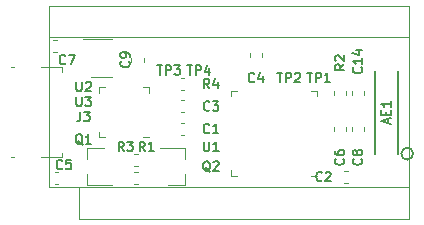
<source format=gbr>
G04 #@! TF.GenerationSoftware,KiCad,Pcbnew,5.1.5+dfsg1-2build2*
G04 #@! TF.CreationDate,2021-03-15T22:22:59+01:00*
G04 #@! TF.ProjectId,ProMicro_ESP,50726f4d-6963-4726-9f5f-4553502e6b69,v1.0*
G04 #@! TF.SameCoordinates,Original*
G04 #@! TF.FileFunction,Legend,Top*
G04 #@! TF.FilePolarity,Positive*
%FSLAX46Y46*%
G04 Gerber Fmt 4.6, Leading zero omitted, Abs format (unit mm)*
G04 Created by KiCad*
%MOMM*%
%LPD*%
G04 APERTURE LIST*
%ADD10C,0.127000*%
%ADD11C,0.120000*%
%ADD12C,0.200000*%
G04 APERTURE END LIST*
D10*
X150765000Y-91130000D02*
X150765000Y-84130000D01*
X152765000Y-84130000D02*
X152765000Y-91130000D01*
X154015000Y-91130000D02*
G75*
G03X154015000Y-91130000I-500000J0D01*
G01*
D11*
X134655779Y-85727000D02*
X134330221Y-85727000D01*
X134655779Y-84707000D02*
X134330221Y-84707000D01*
X130718779Y-91184000D02*
X130393221Y-91184000D01*
X130718779Y-92204000D02*
X130393221Y-92204000D01*
X147318000Y-85816221D02*
X147318000Y-86141779D01*
X148338000Y-85816221D02*
X148338000Y-86141779D01*
X130393221Y-93728000D02*
X130718779Y-93728000D01*
X130393221Y-92708000D02*
X130718779Y-92708000D01*
X148842000Y-85816221D02*
X148842000Y-86141779D01*
X149862000Y-85816221D02*
X149862000Y-86141779D01*
X130173000Y-83022221D02*
X130173000Y-83347779D01*
X131193000Y-83022221D02*
X131193000Y-83347779D01*
X149862000Y-89189779D02*
X149862000Y-88864221D01*
X148842000Y-89189779D02*
X148842000Y-88864221D01*
X123835279Y-81532000D02*
X123509721Y-81532000D01*
X123835279Y-82552000D02*
X123509721Y-82552000D01*
X148338000Y-89189779D02*
X148338000Y-88864221D01*
X147318000Y-89189779D02*
X147318000Y-88864221D01*
X123987779Y-92708000D02*
X123662221Y-92708000D01*
X123987779Y-93728000D02*
X123662221Y-93728000D01*
X141226000Y-82966779D02*
X141226000Y-82641221D01*
X140206000Y-82966779D02*
X140206000Y-82641221D01*
X134655779Y-87632000D02*
X134330221Y-87632000D01*
X134655779Y-86612000D02*
X134330221Y-86612000D01*
X148173221Y-93601000D02*
X148498779Y-93601000D01*
X148173221Y-92581000D02*
X148498779Y-92581000D01*
X134655779Y-89537000D02*
X134330221Y-89537000D01*
X134655779Y-88517000D02*
X134330221Y-88517000D01*
X119955000Y-83820000D02*
X120215000Y-83820000D01*
X122495000Y-83820000D02*
X124265000Y-83820000D01*
X124265000Y-83820000D02*
X124265000Y-84200000D01*
X124265000Y-91440000D02*
X122495000Y-91440000D01*
X120215000Y-91440000D02*
X119955000Y-91440000D01*
X124265000Y-91440000D02*
X124265000Y-91060000D01*
X128535000Y-81448000D02*
X126085000Y-81448000D01*
X126735000Y-84668000D02*
X128535000Y-84668000D01*
X134745000Y-93782000D02*
X133285000Y-93782000D01*
X134745000Y-90622000D02*
X132585000Y-90622000D01*
X134745000Y-90622000D02*
X134745000Y-91552000D01*
X134745000Y-93782000D02*
X134745000Y-92852000D01*
X126367000Y-90622000D02*
X127827000Y-90622000D01*
X126367000Y-93782000D02*
X128527000Y-93782000D01*
X126367000Y-93782000D02*
X126367000Y-92852000D01*
X126367000Y-90622000D02*
X126367000Y-91552000D01*
X131175000Y-89740000D02*
X131650000Y-89740000D01*
X127430000Y-85520000D02*
X127430000Y-85995000D01*
X127905000Y-85520000D02*
X127430000Y-85520000D01*
X131650000Y-85520000D02*
X131650000Y-85995000D01*
X131175000Y-85520000D02*
X131650000Y-85520000D01*
X127430000Y-89740000D02*
X127430000Y-89265000D01*
X127905000Y-89740000D02*
X127430000Y-89740000D01*
X125730000Y-96650000D02*
X153670000Y-96650000D01*
X123190000Y-81280000D02*
X153670000Y-81280000D01*
X125730000Y-93980000D02*
X125730000Y-96650000D01*
X123190000Y-93980000D02*
X153670000Y-93980000D01*
X153670000Y-96650000D02*
X153670000Y-78610000D01*
X153670000Y-78610000D02*
X123190000Y-78610000D01*
X123190000Y-78610000D02*
X123190000Y-93980000D01*
X145375000Y-93018000D02*
X145850000Y-93018000D01*
X138630000Y-85798000D02*
X138630000Y-86273000D01*
X139105000Y-85798000D02*
X138630000Y-85798000D01*
X145850000Y-85798000D02*
X145850000Y-86273000D01*
X145375000Y-85798000D02*
X145850000Y-85798000D01*
X138630000Y-93018000D02*
X138630000Y-92543000D01*
X139105000Y-93018000D02*
X138630000Y-93018000D01*
D12*
X151898333Y-88563333D02*
X151898333Y-88182380D01*
X152126904Y-88639523D02*
X151326904Y-88372857D01*
X152126904Y-88106190D01*
X151707857Y-87839523D02*
X151707857Y-87572857D01*
X152126904Y-87458571D02*
X152126904Y-87839523D01*
X151326904Y-87839523D01*
X151326904Y-87458571D01*
X152126904Y-86696666D02*
X152126904Y-87153809D01*
X152126904Y-86925238D02*
X151326904Y-86925238D01*
X151441190Y-87001428D01*
X151517380Y-87077619D01*
X151555476Y-87153809D01*
X136772666Y-85578904D02*
X136506000Y-85197952D01*
X136315523Y-85578904D02*
X136315523Y-84778904D01*
X136620285Y-84778904D01*
X136696476Y-84817000D01*
X136734571Y-84855095D01*
X136772666Y-84931285D01*
X136772666Y-85045571D01*
X136734571Y-85121761D01*
X136696476Y-85159857D01*
X136620285Y-85197952D01*
X136315523Y-85197952D01*
X137458380Y-85045571D02*
X137458380Y-85578904D01*
X137267904Y-84740809D02*
X137077428Y-85312238D01*
X137572666Y-85312238D01*
X129533666Y-90912904D02*
X129267000Y-90531952D01*
X129076523Y-90912904D02*
X129076523Y-90112904D01*
X129381285Y-90112904D01*
X129457476Y-90151000D01*
X129495571Y-90189095D01*
X129533666Y-90265285D01*
X129533666Y-90379571D01*
X129495571Y-90455761D01*
X129457476Y-90493857D01*
X129381285Y-90531952D01*
X129076523Y-90531952D01*
X129800333Y-90112904D02*
X130295571Y-90112904D01*
X130028904Y-90417666D01*
X130143190Y-90417666D01*
X130219380Y-90455761D01*
X130257476Y-90493857D01*
X130295571Y-90570047D01*
X130295571Y-90760523D01*
X130257476Y-90836714D01*
X130219380Y-90874809D01*
X130143190Y-90912904D01*
X129914619Y-90912904D01*
X129838428Y-90874809D01*
X129800333Y-90836714D01*
X148189904Y-83572333D02*
X147808952Y-83839000D01*
X148189904Y-84029476D02*
X147389904Y-84029476D01*
X147389904Y-83724714D01*
X147428000Y-83648523D01*
X147466095Y-83610428D01*
X147542285Y-83572333D01*
X147656571Y-83572333D01*
X147732761Y-83610428D01*
X147770857Y-83648523D01*
X147808952Y-83724714D01*
X147808952Y-84029476D01*
X147466095Y-83267571D02*
X147428000Y-83229476D01*
X147389904Y-83153285D01*
X147389904Y-82962809D01*
X147428000Y-82886619D01*
X147466095Y-82848523D01*
X147542285Y-82810428D01*
X147618476Y-82810428D01*
X147732761Y-82848523D01*
X148189904Y-83305666D01*
X148189904Y-82810428D01*
X131311666Y-90912904D02*
X131045000Y-90531952D01*
X130854523Y-90912904D02*
X130854523Y-90112904D01*
X131159285Y-90112904D01*
X131235476Y-90151000D01*
X131273571Y-90189095D01*
X131311666Y-90265285D01*
X131311666Y-90379571D01*
X131273571Y-90455761D01*
X131235476Y-90493857D01*
X131159285Y-90531952D01*
X130854523Y-90531952D01*
X132073571Y-90912904D02*
X131616428Y-90912904D01*
X131845000Y-90912904D02*
X131845000Y-90112904D01*
X131768809Y-90227190D01*
X131692619Y-90303380D01*
X131616428Y-90341476D01*
X149637714Y-83826285D02*
X149675809Y-83864380D01*
X149713904Y-83978666D01*
X149713904Y-84054857D01*
X149675809Y-84169142D01*
X149599619Y-84245333D01*
X149523428Y-84283428D01*
X149371047Y-84321523D01*
X149256761Y-84321523D01*
X149104380Y-84283428D01*
X149028190Y-84245333D01*
X148952000Y-84169142D01*
X148913904Y-84054857D01*
X148913904Y-83978666D01*
X148952000Y-83864380D01*
X148990095Y-83826285D01*
X149713904Y-83064380D02*
X149713904Y-83521523D01*
X149713904Y-83292952D02*
X148913904Y-83292952D01*
X149028190Y-83369142D01*
X149104380Y-83445333D01*
X149142476Y-83521523D01*
X149180571Y-82378666D02*
X149713904Y-82378666D01*
X148875809Y-82569142D02*
X149447238Y-82759619D01*
X149447238Y-82264380D01*
X129952714Y-83318333D02*
X129990809Y-83356428D01*
X130028904Y-83470714D01*
X130028904Y-83546904D01*
X129990809Y-83661190D01*
X129914619Y-83737380D01*
X129838428Y-83775476D01*
X129686047Y-83813571D01*
X129571761Y-83813571D01*
X129419380Y-83775476D01*
X129343190Y-83737380D01*
X129267000Y-83661190D01*
X129228904Y-83546904D01*
X129228904Y-83470714D01*
X129267000Y-83356428D01*
X129305095Y-83318333D01*
X130028904Y-82937380D02*
X130028904Y-82785000D01*
X129990809Y-82708809D01*
X129952714Y-82670714D01*
X129838428Y-82594523D01*
X129686047Y-82556428D01*
X129381285Y-82556428D01*
X129305095Y-82594523D01*
X129267000Y-82632619D01*
X129228904Y-82708809D01*
X129228904Y-82861190D01*
X129267000Y-82937380D01*
X129305095Y-82975476D01*
X129381285Y-83013571D01*
X129571761Y-83013571D01*
X129647952Y-82975476D01*
X129686047Y-82937380D01*
X129724142Y-82861190D01*
X129724142Y-82708809D01*
X129686047Y-82632619D01*
X129647952Y-82594523D01*
X129571761Y-82556428D01*
X149637714Y-91573333D02*
X149675809Y-91611428D01*
X149713904Y-91725714D01*
X149713904Y-91801904D01*
X149675809Y-91916190D01*
X149599619Y-91992380D01*
X149523428Y-92030476D01*
X149371047Y-92068571D01*
X149256761Y-92068571D01*
X149104380Y-92030476D01*
X149028190Y-91992380D01*
X148952000Y-91916190D01*
X148913904Y-91801904D01*
X148913904Y-91725714D01*
X148952000Y-91611428D01*
X148990095Y-91573333D01*
X149256761Y-91116190D02*
X149218666Y-91192380D01*
X149180571Y-91230476D01*
X149104380Y-91268571D01*
X149066285Y-91268571D01*
X148990095Y-91230476D01*
X148952000Y-91192380D01*
X148913904Y-91116190D01*
X148913904Y-90963809D01*
X148952000Y-90887619D01*
X148990095Y-90849523D01*
X149066285Y-90811428D01*
X149104380Y-90811428D01*
X149180571Y-90849523D01*
X149218666Y-90887619D01*
X149256761Y-90963809D01*
X149256761Y-91116190D01*
X149294857Y-91192380D01*
X149332952Y-91230476D01*
X149409142Y-91268571D01*
X149561523Y-91268571D01*
X149637714Y-91230476D01*
X149675809Y-91192380D01*
X149713904Y-91116190D01*
X149713904Y-90963809D01*
X149675809Y-90887619D01*
X149637714Y-90849523D01*
X149561523Y-90811428D01*
X149409142Y-90811428D01*
X149332952Y-90849523D01*
X149294857Y-90887619D01*
X149256761Y-90963809D01*
X124580666Y-83470714D02*
X124542571Y-83508809D01*
X124428285Y-83546904D01*
X124352095Y-83546904D01*
X124237809Y-83508809D01*
X124161619Y-83432619D01*
X124123523Y-83356428D01*
X124085428Y-83204047D01*
X124085428Y-83089761D01*
X124123523Y-82937380D01*
X124161619Y-82861190D01*
X124237809Y-82785000D01*
X124352095Y-82746904D01*
X124428285Y-82746904D01*
X124542571Y-82785000D01*
X124580666Y-82823095D01*
X124847333Y-82746904D02*
X125380666Y-82746904D01*
X125037809Y-83546904D01*
X148113714Y-91573333D02*
X148151809Y-91611428D01*
X148189904Y-91725714D01*
X148189904Y-91801904D01*
X148151809Y-91916190D01*
X148075619Y-91992380D01*
X147999428Y-92030476D01*
X147847047Y-92068571D01*
X147732761Y-92068571D01*
X147580380Y-92030476D01*
X147504190Y-91992380D01*
X147428000Y-91916190D01*
X147389904Y-91801904D01*
X147389904Y-91725714D01*
X147428000Y-91611428D01*
X147466095Y-91573333D01*
X147389904Y-90887619D02*
X147389904Y-91040000D01*
X147428000Y-91116190D01*
X147466095Y-91154285D01*
X147580380Y-91230476D01*
X147732761Y-91268571D01*
X148037523Y-91268571D01*
X148113714Y-91230476D01*
X148151809Y-91192380D01*
X148189904Y-91116190D01*
X148189904Y-90963809D01*
X148151809Y-90887619D01*
X148113714Y-90849523D01*
X148037523Y-90811428D01*
X147847047Y-90811428D01*
X147770857Y-90849523D01*
X147732761Y-90887619D01*
X147694666Y-90963809D01*
X147694666Y-91116190D01*
X147732761Y-91192380D01*
X147770857Y-91230476D01*
X147847047Y-91268571D01*
X124326666Y-92360714D02*
X124288571Y-92398809D01*
X124174285Y-92436904D01*
X124098095Y-92436904D01*
X123983809Y-92398809D01*
X123907619Y-92322619D01*
X123869523Y-92246428D01*
X123831428Y-92094047D01*
X123831428Y-91979761D01*
X123869523Y-91827380D01*
X123907619Y-91751190D01*
X123983809Y-91675000D01*
X124098095Y-91636904D01*
X124174285Y-91636904D01*
X124288571Y-91675000D01*
X124326666Y-91713095D01*
X125050476Y-91636904D02*
X124669523Y-91636904D01*
X124631428Y-92017857D01*
X124669523Y-91979761D01*
X124745714Y-91941666D01*
X124936190Y-91941666D01*
X125012380Y-91979761D01*
X125050476Y-92017857D01*
X125088571Y-92094047D01*
X125088571Y-92284523D01*
X125050476Y-92360714D01*
X125012380Y-92398809D01*
X124936190Y-92436904D01*
X124745714Y-92436904D01*
X124669523Y-92398809D01*
X124631428Y-92360714D01*
X140582666Y-84994714D02*
X140544571Y-85032809D01*
X140430285Y-85070904D01*
X140354095Y-85070904D01*
X140239809Y-85032809D01*
X140163619Y-84956619D01*
X140125523Y-84880428D01*
X140087428Y-84728047D01*
X140087428Y-84613761D01*
X140125523Y-84461380D01*
X140163619Y-84385190D01*
X140239809Y-84309000D01*
X140354095Y-84270904D01*
X140430285Y-84270904D01*
X140544571Y-84309000D01*
X140582666Y-84347095D01*
X141268380Y-84537571D02*
X141268380Y-85070904D01*
X141077904Y-84232809D02*
X140887428Y-84804238D01*
X141382666Y-84804238D01*
X136772666Y-87407714D02*
X136734571Y-87445809D01*
X136620285Y-87483904D01*
X136544095Y-87483904D01*
X136429809Y-87445809D01*
X136353619Y-87369619D01*
X136315523Y-87293428D01*
X136277428Y-87141047D01*
X136277428Y-87026761D01*
X136315523Y-86874380D01*
X136353619Y-86798190D01*
X136429809Y-86722000D01*
X136544095Y-86683904D01*
X136620285Y-86683904D01*
X136734571Y-86722000D01*
X136772666Y-86760095D01*
X137039333Y-86683904D02*
X137534571Y-86683904D01*
X137267904Y-86988666D01*
X137382190Y-86988666D01*
X137458380Y-87026761D01*
X137496476Y-87064857D01*
X137534571Y-87141047D01*
X137534571Y-87331523D01*
X137496476Y-87407714D01*
X137458380Y-87445809D01*
X137382190Y-87483904D01*
X137153619Y-87483904D01*
X137077428Y-87445809D01*
X137039333Y-87407714D01*
X146297666Y-93376714D02*
X146259571Y-93414809D01*
X146145285Y-93452904D01*
X146069095Y-93452904D01*
X145954809Y-93414809D01*
X145878619Y-93338619D01*
X145840523Y-93262428D01*
X145802428Y-93110047D01*
X145802428Y-92995761D01*
X145840523Y-92843380D01*
X145878619Y-92767190D01*
X145954809Y-92691000D01*
X146069095Y-92652904D01*
X146145285Y-92652904D01*
X146259571Y-92691000D01*
X146297666Y-92729095D01*
X146602428Y-92729095D02*
X146640523Y-92691000D01*
X146716714Y-92652904D01*
X146907190Y-92652904D01*
X146983380Y-92691000D01*
X147021476Y-92729095D01*
X147059571Y-92805285D01*
X147059571Y-92881476D01*
X147021476Y-92995761D01*
X146564333Y-93452904D01*
X147059571Y-93452904D01*
X136772666Y-89312714D02*
X136734571Y-89350809D01*
X136620285Y-89388904D01*
X136544095Y-89388904D01*
X136429809Y-89350809D01*
X136353619Y-89274619D01*
X136315523Y-89198428D01*
X136277428Y-89046047D01*
X136277428Y-88931761D01*
X136315523Y-88779380D01*
X136353619Y-88703190D01*
X136429809Y-88627000D01*
X136544095Y-88588904D01*
X136620285Y-88588904D01*
X136734571Y-88627000D01*
X136772666Y-88665095D01*
X137534571Y-89388904D02*
X137077428Y-89388904D01*
X137306000Y-89388904D02*
X137306000Y-88588904D01*
X137229809Y-88703190D01*
X137153619Y-88779380D01*
X137077428Y-88817476D01*
X134880476Y-83635904D02*
X135337619Y-83635904D01*
X135109047Y-84435904D02*
X135109047Y-83635904D01*
X135604285Y-84435904D02*
X135604285Y-83635904D01*
X135909047Y-83635904D01*
X135985238Y-83674000D01*
X136023333Y-83712095D01*
X136061428Y-83788285D01*
X136061428Y-83902571D01*
X136023333Y-83978761D01*
X135985238Y-84016857D01*
X135909047Y-84054952D01*
X135604285Y-84054952D01*
X136747142Y-83902571D02*
X136747142Y-84435904D01*
X136556666Y-83597809D02*
X136366190Y-84169238D01*
X136861428Y-84169238D01*
X132340476Y-83635904D02*
X132797619Y-83635904D01*
X132569047Y-84435904D02*
X132569047Y-83635904D01*
X133064285Y-84435904D02*
X133064285Y-83635904D01*
X133369047Y-83635904D01*
X133445238Y-83674000D01*
X133483333Y-83712095D01*
X133521428Y-83788285D01*
X133521428Y-83902571D01*
X133483333Y-83978761D01*
X133445238Y-84016857D01*
X133369047Y-84054952D01*
X133064285Y-84054952D01*
X133788095Y-83635904D02*
X134283333Y-83635904D01*
X134016666Y-83940666D01*
X134130952Y-83940666D01*
X134207142Y-83978761D01*
X134245238Y-84016857D01*
X134283333Y-84093047D01*
X134283333Y-84283523D01*
X134245238Y-84359714D01*
X134207142Y-84397809D01*
X134130952Y-84435904D01*
X133902380Y-84435904D01*
X133826190Y-84397809D01*
X133788095Y-84359714D01*
X142500476Y-84270904D02*
X142957619Y-84270904D01*
X142729047Y-85070904D02*
X142729047Y-84270904D01*
X143224285Y-85070904D02*
X143224285Y-84270904D01*
X143529047Y-84270904D01*
X143605238Y-84309000D01*
X143643333Y-84347095D01*
X143681428Y-84423285D01*
X143681428Y-84537571D01*
X143643333Y-84613761D01*
X143605238Y-84651857D01*
X143529047Y-84689952D01*
X143224285Y-84689952D01*
X143986190Y-84347095D02*
X144024285Y-84309000D01*
X144100476Y-84270904D01*
X144290952Y-84270904D01*
X144367142Y-84309000D01*
X144405238Y-84347095D01*
X144443333Y-84423285D01*
X144443333Y-84499476D01*
X144405238Y-84613761D01*
X143948095Y-85070904D01*
X144443333Y-85070904D01*
X145040476Y-84270904D02*
X145497619Y-84270904D01*
X145269047Y-85070904D02*
X145269047Y-84270904D01*
X145764285Y-85070904D02*
X145764285Y-84270904D01*
X146069047Y-84270904D01*
X146145238Y-84309000D01*
X146183333Y-84347095D01*
X146221428Y-84423285D01*
X146221428Y-84537571D01*
X146183333Y-84613761D01*
X146145238Y-84651857D01*
X146069047Y-84689952D01*
X145764285Y-84689952D01*
X146983333Y-85070904D02*
X146526190Y-85070904D01*
X146754761Y-85070904D02*
X146754761Y-84270904D01*
X146678571Y-84385190D01*
X146602380Y-84461380D01*
X146526190Y-84499476D01*
X125844333Y-87572904D02*
X125844333Y-88144333D01*
X125806238Y-88258619D01*
X125730047Y-88334809D01*
X125615761Y-88372904D01*
X125539571Y-88372904D01*
X126149095Y-87572904D02*
X126644333Y-87572904D01*
X126377666Y-87877666D01*
X126491952Y-87877666D01*
X126568142Y-87915761D01*
X126606238Y-87953857D01*
X126644333Y-88030047D01*
X126644333Y-88220523D01*
X126606238Y-88296714D01*
X126568142Y-88334809D01*
X126491952Y-88372904D01*
X126263380Y-88372904D01*
X126187190Y-88334809D01*
X126149095Y-88296714D01*
X125501476Y-85032904D02*
X125501476Y-85680523D01*
X125539571Y-85756714D01*
X125577666Y-85794809D01*
X125653857Y-85832904D01*
X125806238Y-85832904D01*
X125882428Y-85794809D01*
X125920523Y-85756714D01*
X125958619Y-85680523D01*
X125958619Y-85032904D01*
X126301476Y-85109095D02*
X126339571Y-85071000D01*
X126415761Y-85032904D01*
X126606238Y-85032904D01*
X126682428Y-85071000D01*
X126720523Y-85109095D01*
X126758619Y-85185285D01*
X126758619Y-85261476D01*
X126720523Y-85375761D01*
X126263380Y-85832904D01*
X126758619Y-85832904D01*
X136829809Y-92640095D02*
X136753619Y-92602000D01*
X136677428Y-92525809D01*
X136563142Y-92411523D01*
X136486952Y-92373428D01*
X136410761Y-92373428D01*
X136448857Y-92563904D02*
X136372666Y-92525809D01*
X136296476Y-92449619D01*
X136258380Y-92297238D01*
X136258380Y-92030571D01*
X136296476Y-91878190D01*
X136372666Y-91802000D01*
X136448857Y-91763904D01*
X136601238Y-91763904D01*
X136677428Y-91802000D01*
X136753619Y-91878190D01*
X136791714Y-92030571D01*
X136791714Y-92297238D01*
X136753619Y-92449619D01*
X136677428Y-92525809D01*
X136601238Y-92563904D01*
X136448857Y-92563904D01*
X137096476Y-91840095D02*
X137134571Y-91802000D01*
X137210761Y-91763904D01*
X137401238Y-91763904D01*
X137477428Y-91802000D01*
X137515523Y-91840095D01*
X137553619Y-91916285D01*
X137553619Y-91992476D01*
X137515523Y-92106761D01*
X137058380Y-92563904D01*
X137553619Y-92563904D01*
X126034809Y-90354095D02*
X125958619Y-90316000D01*
X125882428Y-90239809D01*
X125768142Y-90125523D01*
X125691952Y-90087428D01*
X125615761Y-90087428D01*
X125653857Y-90277904D02*
X125577666Y-90239809D01*
X125501476Y-90163619D01*
X125463380Y-90011238D01*
X125463380Y-89744571D01*
X125501476Y-89592190D01*
X125577666Y-89516000D01*
X125653857Y-89477904D01*
X125806238Y-89477904D01*
X125882428Y-89516000D01*
X125958619Y-89592190D01*
X125996714Y-89744571D01*
X125996714Y-90011238D01*
X125958619Y-90163619D01*
X125882428Y-90239809D01*
X125806238Y-90277904D01*
X125653857Y-90277904D01*
X126758619Y-90277904D02*
X126301476Y-90277904D01*
X126530047Y-90277904D02*
X126530047Y-89477904D01*
X126453857Y-89592190D01*
X126377666Y-89668380D01*
X126301476Y-89706476D01*
X125501476Y-86302904D02*
X125501476Y-86950523D01*
X125539571Y-87026714D01*
X125577666Y-87064809D01*
X125653857Y-87102904D01*
X125806238Y-87102904D01*
X125882428Y-87064809D01*
X125920523Y-87026714D01*
X125958619Y-86950523D01*
X125958619Y-86302904D01*
X126263380Y-86302904D02*
X126758619Y-86302904D01*
X126491952Y-86607666D01*
X126606238Y-86607666D01*
X126682428Y-86645761D01*
X126720523Y-86683857D01*
X126758619Y-86760047D01*
X126758619Y-86950523D01*
X126720523Y-87026714D01*
X126682428Y-87064809D01*
X126606238Y-87102904D01*
X126377666Y-87102904D01*
X126301476Y-87064809D01*
X126263380Y-87026714D01*
X136296476Y-90112904D02*
X136296476Y-90760523D01*
X136334571Y-90836714D01*
X136372666Y-90874809D01*
X136448857Y-90912904D01*
X136601238Y-90912904D01*
X136677428Y-90874809D01*
X136715523Y-90836714D01*
X136753619Y-90760523D01*
X136753619Y-90112904D01*
X137553619Y-90912904D02*
X137096476Y-90912904D01*
X137325047Y-90912904D02*
X137325047Y-90112904D01*
X137248857Y-90227190D01*
X137172666Y-90303380D01*
X137096476Y-90341476D01*
M02*

</source>
